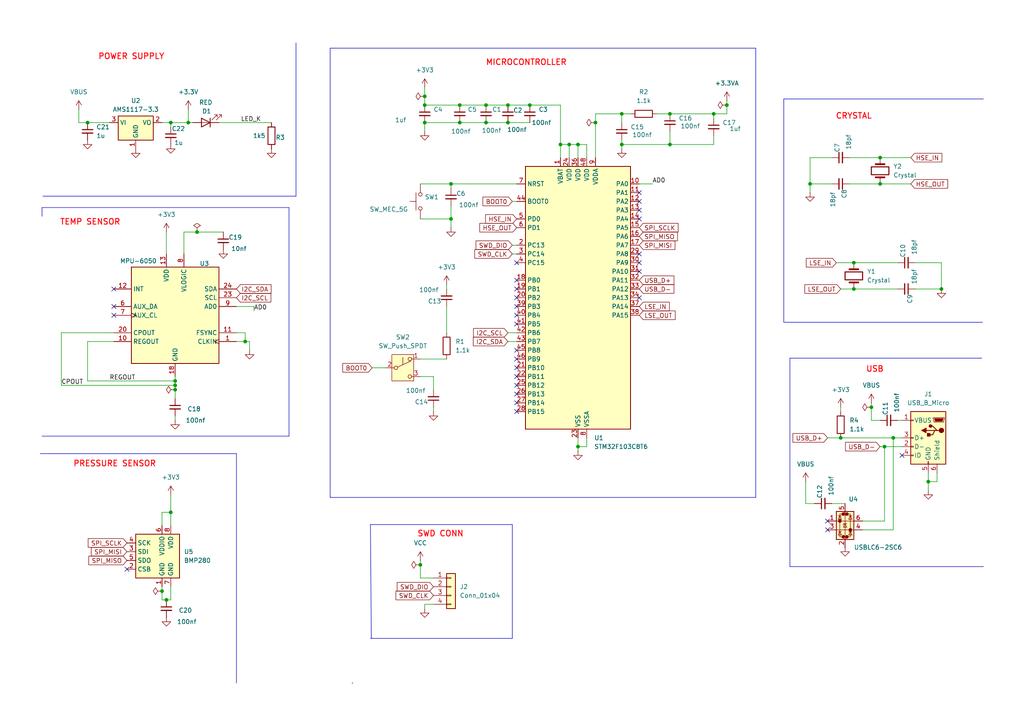
<source format=kicad_sch>
(kicad_sch (version 20250114) (generator "eeschema") (generator_version "9.0")
  (paper "A4")
  (lib_symbols
    (symbol "Connector:USB_B_Micro" (pin_names (offset 1.016))
      (property "Reference" "J" (at -5.08 11.43 0))
      (property "Value" "USB_B_Micro" (at -5.08 8.89 0))
      (symbol "USB_B_Micro_1_1"
        (pin passive line (at -2.54 -10.16 90) (length 2.54) (name "Shield") (number "6"))
        (pin power_out line (at 0 -10.16 90) (length 2.54) (name "GND") (number "5"))
        (pin power_out line (at 7.62 5.08 180) (length 2.54) (name "VBUS") (number "1"))
        (pin bidirectional line (at 7.62 0 180) (length 2.54) (name "D+") (number "3"))
        (pin bidirectional line (at 7.62 -2.54 180) (length 2.54) (name "D-") (number "2"))
        (pin passive line (at 7.62 -5.08 180) (length 2.54) (name "ID") (number "4"))
      )
    )
    (symbol "Connector_Generic:Conn_01x04" (pin_names (offset 1.016) (hide yes))
      (property "Reference" "J" (at 0 5.08 0))
      (property "Value" "Conn_01x04" (at 0 -7.62 0))
      (symbol "Conn_01x04_1_1"
        (pin passive line (at -5.08 2.54 0) (length 3.81) (name "Pin_1") (number "1"))
        (pin passive line (at -5.08 0 0) (length 3.81) (name "Pin_2") (number "2"))
        (pin passive line (at -5.08 -2.54 0) (length 3.81) (name "Pin_3") (number "3"))
        (pin passive line (at -5.08 -5.08 0) (length 3.81) (name "Pin_4") (number "4"))
      )
    )
    (symbol "Device:C_Small" (pin_numbers (hide yes)) (pin_names (offset 0.254) (hide yes))
      (property "Reference" "C" (at 0.254 1.778 0))
      (property "Value" "C_Small" (at 0.254 -2.032 0))
      (symbol "C_Small_1_1"
        (pin passive line (at 0 2.54 270) (length 2.032) (name "~") (number "1"))
        (pin passive line (at 0 -2.54 90) (length 2.032) (name "~") (number "2"))
      )
    )
    (symbol "Device:Crystal" (pin_numbers (hide yes)) (pin_names (offset 1.016) (hide yes))
      (property "Reference" "Y" (at 0 3.81 0))
      (property "Value" "Crystal" (at 0 -3.81 0))
      (symbol "Crystal_1_1"
        (pin passive line (at -3.81 0 0) (length 1.27) (name "1") (number "1"))
        (pin passive line (at 3.81 0 180) (length 1.27) (name "2") (number "2"))
      )
    )
    (symbol "Device:LED" (pin_numbers (hide yes)) (pin_names (offset 1.016) (hide yes))
      (property "Reference" "D" (at 0 2.54 0))
      (property "Value" "LED" (at 0 -2.54 0))
      (symbol "LED_1_1"
        (pin passive line (at -3.81 0 0) (length 2.54) (name "K") (number "1"))
        (pin passive line (at 3.81 0 180) (length 2.54) (name "A") (number "2"))
      )
    )
    (symbol "Device:R" (pin_numbers (hide yes)) (pin_names (offset 0))
      (property "Reference" "R" (at 2.032 0 90))
      (property "Value" "R" (at 0 0 90))
      (symbol "R_1_1"
        (pin passive line (at 0 3.81 270) (length 1.27) (name "~") (number "1"))
        (pin passive line (at 0 -3.81 90) (length 1.27) (name "~") (number "2"))
      )
    )
    (symbol "MCU_ST_STM32F1:STM32F103C8Tx"
      (property "Reference" "U" (at -15.24 39.37 0))
      (property "Value" "STM32F103C8Tx" (at 7.62 39.37 0))
      (symbol "STM32F103C8Tx_1_1"
        (pin input line (at -17.78 33.02 0) (length 2.54) (name "NRST") (number "7"))
        (pin input line (at -17.78 27.94 0) (length 2.54) (name "BOOT0") (number "44"))
        (pin bidirectional line (at -17.78 22.86 0) (length 2.54) (name "PD0") (number "5"))
        (pin bidirectional line (at -17.78 20.32 0) (length 2.54) (name "PD1") (number "6"))
        (pin bidirectional line (at -17.78 15.24 0) (length 2.54) (name "PC13") (number "2"))
        (pin bidirectional line (at -17.78 12.7 0) (length 2.54) (name "PC14") (number "3"))
        (pin bidirectional line (at -17.78 10.16 0) (length 2.54) (name "PC15") (number "4"))
        (pin bidirectional line (at -17.78 5.08 0) (length 2.54) (name "PB0") (number "18"))
        (pin bidirectional line (at -17.78 2.54 0) (length 2.54) (name "PB1") (number "19"))
        (pin bidirectional line (at -17.78 0 0) (length 2.54) (name "PB2") (number "20"))
        (pin bidirectional line (at -17.78 -2.54 0) (length 2.54) (name "PB3") (number "39"))
        (pin bidirectional line (at -17.78 -5.08 0) (length 2.54) (name "PB4") (number "40"))
        (pin bidirectional line (at -17.78 -7.62 0) (length 2.54) (name "PB5") (number "41"))
        (pin bidirectional line (at -17.78 -10.16 0) (length 2.54) (name "PB6") (number "42"))
        (pin bidirectional line (at -17.78 -12.7 0) (length 2.54) (name "PB7") (number "43"))
        (pin bidirectional line (at -17.78 -15.24 0) (length 2.54) (name "PB8") (number "45"))
        (pin bidirectional line (at -17.78 -17.78 0) (length 2.54) (name "PB9") (number "46"))
        (pin bidirectional line (at -17.78 -20.32 0) (length 2.54) (name "PB10") (number "21"))
        (pin bidirectional line (at -17.78 -22.86 0) (length 2.54) (name "PB11") (number "22"))
        (pin bidirectional line (at -17.78 -25.4 0) (length 2.54) (name "PB12") (number "25"))
        (pin bidirectional line (at -17.78 -27.94 0) (length 2.54) (name "PB13") (number "26"))
        (pin bidirectional line (at -17.78 -30.48 0) (length 2.54) (name "PB14") (number "27"))
        (pin bidirectional line (at -17.78 -33.02 0) (length 2.54) (name "PB15") (number "28"))
        (pin power_in line (at -5.08 40.64 270) (length 2.54) (name "VBAT") (number "1"))
        (pin power_in line (at -2.54 40.64 270) (length 2.54) (name "VDD") (number "24"))
        (pin power_in line (at 0 40.64 270) (length 2.54) (name "VDD") (number "36"))
        (pin power_in line (at 0 -40.64 90) (length 2.54) (name "VSS") (number "23"))
        (pin passive line (at 0 -40.64 90) (length 2.54) (hide yes) (name "VSS") (number "35"))
        (pin passive line (at 0 -40.64 90) (length 2.54) (hide yes) (name "VSS") (number "47"))
        (pin power_in line (at 2.54 40.64 270) (length 2.54) (name "VDD") (number "48"))
        (pin power_in line (at 2.54 -40.64 90) (length 2.54) (name "VSSA") (number "8"))
        (pin power_in line (at 5.08 40.64 270) (length 2.54) (name "VDDA") (number "9"))
        (pin bidirectional line (at 17.78 33.02 180) (length 2.54) (name "PA0") (number "10"))
        (pin bidirectional line (at 17.78 30.48 180) (length 2.54) (name "PA1") (number "11"))
        (pin bidirectional line (at 17.78 27.94 180) (length 2.54) (name "PA2") (number "12"))
        (pin bidirectional line (at 17.78 25.4 180) (length 2.54) (name "PA3") (number "13"))
        (pin bidirectional line (at 17.78 22.86 180) (length 2.54) (name "PA4") (number "14"))
        (pin bidirectional line (at 17.78 20.32 180) (length 2.54) (name "PA5") (number "15"))
        (pin bidirectional line (at 17.78 17.78 180) (length 2.54) (name "PA6") (number "16"))
        (pin bidirectional line (at 17.78 15.24 180) (length 2.54) (name "PA7") (number "17"))
        (pin bidirectional line (at 17.78 12.7 180) (length 2.54) (name "PA8") (number "29"))
        (pin bidirectional line (at 17.78 10.16 180) (length 2.54) (name "PA9") (number "30"))
        (pin bidirectional line (at 17.78 7.62 180) (length 2.54) (name "PA10") (number "31"))
        (pin bidirectional line (at 17.78 5.08 180) (length 2.54) (name "PA11") (number "32"))
        (pin bidirectional line (at 17.78 2.54 180) (length 2.54) (name "PA12") (number "33"))
        (pin bidirectional line (at 17.78 0 180) (length 2.54) (name "PA13") (number "34"))
        (pin bidirectional line (at 17.78 -2.54 180) (length 2.54) (name "PA14") (number "37"))
        (pin bidirectional line (at 17.78 -5.08 180) (length 2.54) (name "PA15") (number "38"))
      )
    )
    (symbol "Power_Protection:USBLC6-2SC6" (pin_names (hide yes))
      (property "Reference" "U" (at 0.635 5.715 0))
      (property "Value" "USBLC6-2SC6" (at 0.635 3.81 0))
      (symbol "USBLC6-2SC6_1_1"
        (pin passive line (at -5.08 0 0) (length 2.54) (name "I/O1") (number "1"))
        (pin passive line (at -5.08 -2.54 0) (length 2.54) (name "I/O2") (number "3"))
        (pin passive line (at 0 5.08 270) (length 2.54) (name "VBUS") (number "5"))
        (pin passive line (at 0 -7.62 90) (length 2.54) (name "GND") (number "2"))
        (pin passive line (at 5.08 0 180) (length 2.54) (name "I/O1") (number "6"))
        (pin passive line (at 5.08 -2.54 180) (length 2.54) (name "I/O2") (number "4"))
      )
    )
    (symbol "Regulator_Linear:AMS1117-3.3"
      (property "Reference" "U" (at -3.81 3.175 0))
      (property "Value" "AMS1117-3.3" (at 0 3.175 0))
      (symbol "AMS1117-3.3_1_1"
        (pin power_in line (at -7.62 0 0) (length 2.54) (name "VI") (number "3"))
        (pin power_in line (at 0 -7.62 90) (length 2.54) (name "GND") (number "1"))
        (pin power_out line (at 7.62 0 180) (length 2.54) (name "VO") (number "2"))
      )
    )
    (symbol "Sensor_Motion:MPU-6050"
      (property "Reference" "U" (at -11.43 13.97 0))
      (property "Value" "MPU-6050" (at 7.62 -15.24 0))
      (symbol "MPU-6050_0_0"
        (text "" (at 12.7 -2.54 0) (effects (font (size 1.27 1.27))))
      )
      (symbol "MPU-6050_1_1"
        (pin bidirectional line (at -17.78 7.62 0) (length 5.08) (name "SDA") (number "24"))
        (pin input line (at -17.78 5.08 0) (length 5.08) (name "SCL") (number "23"))
        (pin input line (at -17.78 2.54 0) (length 5.08) (name "AD0") (number "9"))
        (pin input line (at -17.78 -5.08 0) (length 5.08) (name "FSYNC") (number "11"))
        (pin input clock (at -17.78 -7.62 0) (length 5.08) (name "CLKIN") (number "1"))
        (pin no_connect line (at -12.7 12.7 0) (length 2.54) (hide yes) (name "NC") (number "2"))
        (pin no_connect line (at -12.7 10.16 0) (length 2.54) (hide yes) (name "NC") (number "3"))
        (pin no_connect line (at -12.7 0 0) (length 2.54) (hide yes) (name "NC") (number "4"))
        (pin no_connect line (at -12.7 -2.54 0) (length 2.54) (hide yes) (name "NC") (number "5"))
        (pin no_connect line (at -12.7 -10.16 0) (length 2.54) (hide yes) (name "NC") (number "14"))
        (pin power_in line (at -2.54 17.78 270) (length 3.81) (name "VLOGIC") (number "8"))
        (pin power_in line (at 0 -17.78 90) (length 3.81) (name "GND") (number "18"))
        (pin power_in line (at 2.54 17.78 270) (length 3.81) (name "VDD") (number "13"))
        (pin no_connect line (at 12.7 12.7 180) (length 2.54) (hide yes) (name "NC") (number "15"))
        (pin no_connect line (at 12.7 10.16 180) (length 2.54) (hide yes) (name "NC") (number "16"))
        (pin no_connect line (at 12.7 5.08 180) (length 2.54) (hide yes) (name "NC") (number "17"))
        (pin no_connect line (at 12.7 -2.54 180) (length 2.54) (hide yes) (name "RESV") (number "21"))
        (pin no_connect line (at 12.7 -10.16 180) (length 2.54) (hide yes) (name "RESV") (number "19"))
        (pin no_connect line (at 12.7 -12.7 180) (length 2.54) (hide yes) (name "RESV") (number "22"))
        (pin output line (at 17.78 7.62 180) (length 5.08) (name "INT") (number "12"))
        (pin bidirectional line (at 17.78 2.54 180) (length 5.08) (name "AUX_DA") (number "6"))
        (pin output clock (at 17.78 0 180) (length 5.08) (name "AUX_CL") (number "7"))
        (pin passive line (at 17.78 -5.08 180) (length 5.08) (name "CPOUT") (number "20"))
        (pin passive line (at 17.78 -7.62 180) (length 5.08) (name "REGOUT") (number "10"))
      )
    )
    (symbol "Sensor_Pressure:BMP280"
      (property "Reference" "U" (at -7.62 10.16 0))
      (property "Value" "BMP280" (at 5.08 10.16 0))
      (symbol "BMP280_1_1"
        (pin input line (at -10.16 5.08 0) (length 2.54) (name "SCK") (number "4"))
        (pin bidirectional line (at -10.16 2.54 0) (length 2.54) (name "SDI") (number "3"))
        (pin bidirectional line (at -10.16 0 0) (length 2.54) (name "SDO") (number "5"))
        (pin input line (at -10.16 -2.54 0) (length 2.54) (name "CSB") (number "2"))
        (pin power_in line (at 0 10.16 270) (length 2.54) (name "VDDIO") (number "6"))
        (pin power_in line (at 0 -7.62 90) (length 2.54) (name "GND") (number "1"))
        (pin power_in line (at 2.54 10.16 270) (length 2.54) (name "VDD") (number "8"))
        (pin power_in line (at 2.54 -7.62 90) (length 2.54) (name "GND") (number "7"))
      )
    )
    (symbol "Switch:SW_MEC_5G" (pin_numbers (hide yes)) (pin_names (offset 1.016) (hide yes))
      (property "Reference" "SW" (at 1.27 2.54 0))
      (property "Value" "SW_MEC_5G" (at 0 -1.524 0))
      (symbol "SW_MEC_5G_0_1"
        (pin passive line (at -5.08 0 0) (length 2.54) (name "A") (number "1"))
        (pin passive line (at 5.08 0 180) (length 2.54) (name "B") (number "3"))
      )
      (symbol "SW_MEC_5G_1_1"
        (pin passive line (at -5.08 0 0) (length 2.54) (hide yes) (name "A") (number "2"))
        (pin passive line (at 5.08 0 180) (length 2.54) (hide yes) (name "B") (number "4"))
      )
    )
    (symbol "Switch:SW_Push_SPDT" (pin_names (offset 0) (hide yes))
      (property "Reference" "SW" (at 0 5.08 0))
      (property "Value" "SW_Push_SPDT" (at 0 -5.08 0))
      (symbol "SW_Push_SPDT_1_1"
        (pin passive line (at -5.08 0 0) (length 2.54) (name "B") (number "2"))
        (pin passive line (at 5.08 2.54 180) (length 2.54) (name "A") (number "1"))
        (pin passive line (at 5.08 -2.54 180) (length 2.54) (name "C") (number "3"))
      )
    )
    (symbol "power:+3.3V" (power) (pin_numbers (hide yes)) (pin_names (offset 0) (hide yes))
      (property "Value" "+3.3V" (at 0 3.556 0))
      (symbol "+3.3V_1_1"
        (pin power_in line (at 0 0 90) (length 0) (name "~") (number "1"))
      )
    )
    (symbol "power:+3.3VA" (power) (pin_numbers (hide yes)) (pin_names (offset 0) (hide yes))
      (property "Value" "+3.3VA" (at 0 3.556 0))
      (symbol "+3.3VA_1_1"
        (pin power_in line (at 0 0 90) (length 0) (name "~") (number "1"))
      )
    )
    (symbol "power:+3V3" (power) (pin_numbers (hide yes)) (pin_names (offset 0) (hide yes))
      (property "Value" "+3V3" (at 0 3.556 0))
      (symbol "+3V3_1_1"
        (pin power_in line (at 0 0 90) (length 0) (name "~") (number "1"))
      )
    )
    (symbol "power:GND" (power) (pin_numbers (hide yes)) (pin_names (offset 0) (hide yes))
      (property "Value" "GND" (at 0 -3.81 0))
      (symbol "GND_1_1"
        (pin power_in line (at 0 0 270) (length 0) (name "~") (number "1"))
      )
    )
    (symbol "power:PWR_FLAG" (power) (pin_numbers (hide yes)) (pin_names (offset 0) (hide yes))
      (property "Value" "PWR_FLAG" (at 0 3.81 0))
      (symbol "PWR_FLAG_0_0"
        (pin power_out line (at 0 0 90) (length 0) (name "~") (number "1"))
      )
    )
    (symbol "power:VBUS" (power) (pin_numbers (hide yes)) (pin_names (offset 0) (hide yes))
      (property "Value" "VBUS" (at 0 3.556 0))
      (symbol "VBUS_1_1"
        (pin power_in line (at 0 0 90) (length 0) (name "~") (number "1"))
      )
    )
    (symbol "power:VCC" (power) (pin_numbers (hide yes)) (pin_names (offset 0) (hide yes))
      (property "Value" "VCC" (at 0 3.556 0))
      (symbol "VCC_1_1"
        (pin power_in line (at 0 0 90) (length 0) (name "~") (number "1"))
      )
    )
  )
  (text "MICROCONTROLLER\n\n" (at 152.654 19.558 0) (effects (font (size 1.651 1.651) (thickness 0.254) (bold yes))))
  (text "CRYSTAL\n" (at 247.65 33.782 0) (effects (font (size 1.651 1.651) (thickness 0.254) (bold yes))))
  (text "POWER SUPPLY\n" (at 38.1 16.51 0) (effects (font (size 1.651 1.651) (thickness 0.254) (bold yes))))
  (text "SWD CONN\n" (at 127.762 154.94 0) (effects (font (size 1.651 1.651) (thickness 0.254) (bold yes))))
  (text "TEMP SENSOR\n" (at 26.162 64.516 0) (effects (font (size 1.651 1.651) (thickness 0.254) (bold yes))))
  (text "PRESSURE SENSOR\n" (at 33.274 134.62 0) (effects (font (size 1.651 1.651) (thickness 0.254) (bold yes))))
  (text "USB\n" (at 253.746 107.188 0) (effects (font (size 1.651 1.651) (thickness 0.254) (bold yes))))
  (junction (at 50.8 110.49))
  (junction (at 121.92 163.83))
  (junction (at 167.64 129.54))
  (junction (at 147.32 30.48))
  (junction (at 48.26 173.99))
  (junction (at 133.35 35.56))
  (junction (at 269.24 139.7))
  (junction (at 25.4 35.56))
  (junction (at 255.27 45.72))
  (junction (at 207.01 33.02))
  (junction (at 247.65 76.2))
  (junction (at 210.82 30.48))
  (junction (at 256.54 129.54))
  (junction (at 259.08 127))
  (junction (at 123.19 35.56))
  (junction (at 50.8 111.76))
  (junction (at 167.64 41.91))
  (junction (at 194.31 41.91))
  (junction (at 50.8 113.03))
  (junction (at 153.67 30.48))
  (junction (at 252.73 118.11))
  (junction (at 49.53 148.59))
  (junction (at 46.99 171.45))
  (junction (at 140.97 35.56))
  (junction (at 123.19 30.48))
  (junction (at 57.15 67.31))
  (junction (at 194.31 33.02))
  (junction (at 172.72 35.56))
  (junction (at 54.61 35.56))
  (junction (at 180.34 41.91))
  (junction (at 255.27 53.34))
  (junction (at 247.65 83.82))
  (junction (at 71.12 99.06))
  (junction (at 165.1 41.91))
  (junction (at 243.84 127))
  (junction (at 130.81 53.34))
  (junction (at 49.53 35.56))
  (junction (at 140.97 30.48))
  (junction (at 133.35 30.48))
  (junction (at 234.95 53.34))
  (junction (at 162.56 41.91))
  (junction (at 147.32 35.56))
  (junction (at 123.19 27.94))
  (junction (at 273.05 83.82))
  (junction (at 130.81 63.5))
  (junction (at 180.34 33.02))
  (no_connect (at 149.86 81.28))
  (no_connect (at 185.42 63.5))
  (no_connect (at 149.86 91.44))
  (no_connect (at 36.83 165.1))
  (no_connect (at 149.86 101.6))
  (no_connect (at 185.42 73.66))
  (no_connect (at 261.62 132.08))
  (no_connect (at 149.86 109.22))
  (no_connect (at 185.42 78.74))
  (no_connect (at 149.86 106.68))
  (no_connect (at 149.86 114.3))
  (no_connect (at 149.86 111.76))
  (no_connect (at 149.86 116.84))
  (no_connect (at 240.03 151.13))
  (no_connect (at 185.42 86.36))
  (no_connect (at 185.42 55.88))
  (no_connect (at 185.42 76.2))
  (no_connect (at 33.02 88.9))
  (no_connect (at 149.86 104.14))
  (no_connect (at 185.42 58.42))
  (no_connect (at 33.02 91.44))
  (no_connect (at 149.86 119.38))
  (no_connect (at 149.86 76.2))
  (no_connect (at 149.86 93.98))
  (no_connect (at 149.86 88.9))
  (no_connect (at 33.02 83.82))
  (no_connect (at 240.03 153.67))
  (no_connect (at 149.86 83.82))
  (no_connect (at 149.86 86.36))
  (no_connect (at 185.42 60.96))
  (wire (pts (xy 49.53 35.56) (xy 54.61 35.56)))
  (wire (pts (xy 46.99 35.56) (xy 49.53 35.56)))
  (wire (pts (xy 68.58 88.9) (xy 73.66 88.9)))
  (wire (pts (xy 241.3 45.72) (xy 234.95 45.72)))
  (wire (pts (xy 53.34 67.31) (xy 57.15 67.31)))
  (wire (pts (xy 194.31 38.1) (xy 194.31 41.91)))
  (wire (pts (xy 129.54 88.9) (xy 129.54 96.52)))
  (wire (pts (xy 123.19 25.4) (xy 123.19 27.94)))
  (wire (pts (xy 121.92 109.22) (xy 125.73 109.22)))
  (wire (pts (xy 123.19 27.94) (xy 123.19 30.48)))
  (polyline (pts (xy 85.852 56.896) (xy 12.446 56.896)))
  (wire (pts (xy 147.32 96.52) (xy 149.86 96.52)))
  (wire (pts (xy 147.32 99.06) (xy 149.86 99.06)))
  (wire (pts (xy 46.99 171.45) (xy 46.99 173.99)))
  (wire (pts (xy 252.73 116.84) (xy 252.73 118.11)))
  (polyline (pts (xy 68.58 131.572) (xy 68.58 198.12)))
  (wire (pts (xy 50.8 109.22) (xy 50.8 110.49)))
  (wire (pts (xy 260.35 121.92) (xy 261.62 121.92)))
  (wire (pts (xy 250.19 151.13) (xy 256.54 151.13)))
  (wire (pts (xy 140.97 35.56) (xy 147.32 35.56)))
  (wire (pts (xy 123.19 176.53) (xy 123.19 175.26)))
  (polyline (pts (xy 85.852 12.446) (xy 85.852 56.896)))
  (wire (pts (xy 255.27 129.54) (xy 256.54 129.54)))
  (wire (pts (xy 243.84 127) (xy 259.08 127)))
  (wire (pts (xy 121.92 104.14) (xy 129.54 104.14)))
  (wire (pts (xy 273.05 76.2) (xy 273.05 83.82)))
  (wire (pts (xy 182.88 33.02) (xy 180.34 33.02)))
  (wire (pts (xy 121.92 53.34) (xy 130.81 53.34)))
  (wire (pts (xy 33.02 96.52) (xy 17.78 96.52)))
  (wire (pts (xy 140.97 30.48) (xy 133.35 30.48)))
  (wire (pts (xy 256.54 151.13) (xy 256.54 129.54)))
  (wire (pts (xy 54.61 35.56) (xy 54.61 31.75)))
  (polyline (pts (xy 12.192 62.738) (xy 12.192 60.198)))
  (polyline (pts (xy 227.33 93.472) (xy 284.988 93.472)))
  (wire (pts (xy 130.81 63.5) (xy 130.81 66.04)))
  (wire (pts (xy 50.8 113.03) (xy 50.8 111.76)))
  (wire (pts (xy 125.73 118.11) (xy 125.73 119.38)))
  (wire (pts (xy 247.65 76.2) (xy 260.35 76.2)))
  (wire (pts (xy 269.24 137.16) (xy 269.24 139.7)))
  (wire (pts (xy 49.53 170.18) (xy 49.53 173.99)))
  (wire (pts (xy 123.19 175.26) (xy 125.73 175.26)))
  (polyline (pts (xy 95.758 144.272) (xy 95.758 13.97)))
  (polyline (pts (xy 229.108 103.886) (xy 229.108 164.338)))
  (wire (pts (xy 54.61 35.56) (xy 55.88 35.56)))
  (wire (pts (xy 123.19 35.56) (xy 133.35 35.56)))
  (wire (pts (xy 121.92 63.5) (xy 130.81 63.5)))
  (wire (pts (xy 22.86 31.75) (xy 22.86 35.56)))
  (wire (pts (xy 265.43 76.2) (xy 273.05 76.2)))
  (wire (pts (xy 121.92 162.56) (xy 121.92 163.83)))
  (wire (pts (xy 130.81 54.61) (xy 130.81 53.34)))
  (wire (pts (xy 72.39 99.06) (xy 72.39 101.6)))
  (wire (pts (xy 50.8 110.49) (xy 50.8 111.76)))
  (wire (pts (xy 233.68 146.05) (xy 236.22 146.05)))
  (wire (pts (xy 73.66 90.17) (xy 73.66 88.9)))
  (wire (pts (xy 269.24 139.7) (xy 269.24 142.24)))
  (wire (pts (xy 170.18 127) (xy 170.18 129.54)))
  (wire (pts (xy 259.08 153.67) (xy 259.08 127)))
  (wire (pts (xy 252.73 121.92) (xy 255.27 121.92)))
  (wire (pts (xy 25.4 99.06) (xy 25.4 110.49)))
  (wire (pts (xy 180.34 33.02) (xy 180.34 35.56)))
  (wire (pts (xy 167.64 127) (xy 167.64 129.54)))
  (wire (pts (xy 49.53 36.83) (xy 49.53 35.56)))
  (polyline (pts (xy 12.192 60.198) (xy 83.82 60.198)))
  (wire (pts (xy 71.12 99.06) (xy 72.39 99.06)))
  (wire (pts (xy 71.12 96.52) (xy 71.12 99.06)))
  (wire (pts (xy 170.18 41.91) (xy 167.64 41.91)))
  (wire (pts (xy 250.19 153.67) (xy 259.08 153.67)))
  (wire (pts (xy 121.92 163.83) (xy 121.92 167.64)))
  (wire (pts (xy 57.15 67.31) (xy 64.77 67.31)))
  (polyline (pts (xy 229.108 164.338) (xy 285.242 164.338)))
  (wire (pts (xy 259.08 127) (xy 261.62 127)))
  (wire (pts (xy 50.8 113.03) (xy 50.8 115.57)))
  (wire (pts (xy 165.1 45.72) (xy 165.1 41.91)))
  (wire (pts (xy 53.34 73.66) (xy 53.34 67.31)))
  (wire (pts (xy 22.86 35.56) (xy 25.4 35.56)))
  (wire (pts (xy 130.81 53.34) (xy 149.86 53.34)))
  (wire (pts (xy 240.03 127) (xy 243.84 127)))
  (wire (pts (xy 190.5 33.02) (xy 194.31 33.02)))
  (wire (pts (xy 271.78 139.7) (xy 269.24 139.7)))
  (wire (pts (xy 243.84 118.11) (xy 243.84 119.38)))
  (wire (pts (xy 33.02 99.06) (xy 25.4 99.06)))
  (wire (pts (xy 148.59 58.42) (xy 149.86 58.42)))
  (polyline (pts (xy 148.59 152.146) (xy 107.442 152.146)))
  (wire (pts (xy 153.67 30.48) (xy 147.32 30.48)))
  (wire (pts (xy 133.35 35.56) (xy 140.97 35.56)))
  (wire (pts (xy 148.59 73.66) (xy 149.86 73.66)))
  (wire (pts (xy 46.99 173.99) (xy 48.26 173.99)))
  (wire (pts (xy 246.38 53.34) (xy 255.27 53.34)))
  (wire (pts (xy 234.95 45.72) (xy 234.95 53.34)))
  (polyline (pts (xy 95.758 13.97) (xy 219.202 13.97)))
  (polyline (pts (xy 284.734 103.886) (xy 229.108 103.886)))
  (wire (pts (xy 17.78 111.76) (xy 50.8 111.76)))
  (polyline (pts (xy 227.33 28.702) (xy 227.33 93.472)))
  (polyline (pts (xy 285.242 28.702) (xy 227.33 28.702)))
  (wire (pts (xy 234.95 53.34) (xy 234.95 55.88)))
  (wire (pts (xy 255.27 45.72) (xy 264.16 45.72)))
  (wire (pts (xy 243.84 83.82) (xy 247.65 83.82)))
  (wire (pts (xy 123.19 35.56) (xy 123.19 38.1)))
  (wire (pts (xy 172.72 33.02) (xy 180.34 33.02)))
  (wire (pts (xy 242.57 76.2) (xy 247.65 76.2)))
  (wire (pts (xy 17.78 96.52) (xy 17.78 111.76)))
  (polyline (pts (xy 12.192 126.492) (xy 83.82 126.492)))
  (wire (pts (xy 180.34 43.18) (xy 180.34 41.91)))
  (wire (pts (xy 210.82 30.48) (xy 210.82 33.02)))
  (wire (pts (xy 256.54 129.54) (xy 261.62 129.54)))
  (wire (pts (xy 233.68 139.7) (xy 233.68 146.05)))
  (wire (pts (xy 147.32 30.48) (xy 140.97 30.48)))
  (polyline (pts (xy 219.202 13.97) (xy 219.202 144.272)))
  (wire (pts (xy 234.95 53.34) (xy 241.3 53.34)))
  (wire (pts (xy 46.99 148.59) (xy 49.53 148.59)))
  (wire (pts (xy 167.64 45.72) (xy 167.64 41.91)))
  (polyline (pts (xy 107.442 152.146) (xy 107.696 185.166)))
  (wire (pts (xy 255.27 53.34) (xy 264.16 53.34)))
  (polyline (pts (xy 148.59 185.166) (xy 148.59 152.146)))
  (polyline (pts (xy 107.442 185.166) (xy 148.59 185.166)))
  (wire (pts (xy 247.65 83.82) (xy 260.35 83.82)))
  (wire (pts (xy 46.99 170.18) (xy 46.99 171.45)))
  (wire (pts (xy 185.42 53.34) (xy 189.23 53.34)))
  (wire (pts (xy 194.31 33.02) (xy 207.01 33.02)))
  (wire (pts (xy 167.64 41.91) (xy 165.1 41.91)))
  (wire (pts (xy 46.99 152.4) (xy 46.99 148.59)))
  (wire (pts (xy 68.58 99.06) (xy 71.12 99.06)))
  (wire (pts (xy 252.73 118.11) (xy 252.73 121.92)))
  (wire (pts (xy 194.31 41.91) (xy 207.01 41.91)))
  (wire (pts (xy 271.78 137.16) (xy 271.78 139.7)))
  (wire (pts (xy 162.56 41.91) (xy 162.56 30.48)))
  (wire (pts (xy 107.95 106.68) (xy 111.76 106.68)))
  (polyline (pts (xy 11.684 131.572) (xy 68.58 131.572)))
  (wire (pts (xy 180.34 41.91) (xy 194.31 41.91)))
  (wire (pts (xy 49.53 148.59) (xy 49.53 152.4)))
  (wire (pts (xy 129.54 82.55) (xy 129.54 83.82)))
  (polyline (pts (xy 102.108 198.12) (xy 102.362 198.12)))
  (wire (pts (xy 49.53 143.51) (xy 49.53 148.59)))
  (wire (pts (xy 148.59 71.12) (xy 149.86 71.12)))
  (wire (pts (xy 147.32 35.56) (xy 153.67 35.56)))
  (wire (pts (xy 265.43 83.82) (xy 273.05 83.82)))
  (wire (pts (xy 130.81 59.69) (xy 130.81 63.5)))
  (wire (pts (xy 167.64 129.54) (xy 167.64 130.81)))
  (wire (pts (xy 25.4 35.56) (xy 31.75 35.56)))
  (polyline (pts (xy 83.82 60.198) (xy 83.82 126.492)))
  (wire (pts (xy 210.82 29.21) (xy 210.82 30.48)))
  (wire (pts (xy 133.35 30.48) (xy 123.19 30.48)))
  (wire (pts (xy 125.73 109.22) (xy 125.73 113.03)))
  (wire (pts (xy 207.01 33.02) (xy 210.82 33.02)))
  (wire (pts (xy 165.1 41.91) (xy 162.56 41.91)))
  (polyline (pts (xy 219.202 144.272) (xy 95.758 144.272)))
  (wire (pts (xy 162.56 45.72) (xy 162.56 41.91)))
  (wire (pts (xy 172.72 45.72) (xy 172.72 35.56)))
  (wire (pts (xy 207.01 39.37) (xy 207.01 41.91)))
  (wire (pts (xy 25.4 110.49) (xy 50.8 110.49)))
  (wire (pts (xy 170.18 45.72) (xy 170.18 41.91)))
  (wire (pts (xy 180.34 41.91) (xy 180.34 40.64)))
  (wire (pts (xy 170.18 129.54) (xy 167.64 129.54)))
  (wire (pts (xy 63.5 35.56) (xy 78.74 35.56)))
  (wire (pts (xy 121.92 167.64) (xy 125.73 167.64)))
  (wire (pts (xy 207.01 34.29) (xy 207.01 33.02)))
  (wire (pts (xy 68.58 96.52) (xy 71.12 96.52)))
  (wire (pts (xy 50.8 121.92) (xy 50.8 120.65)))
  (wire (pts (xy 172.72 35.56) (xy 172.72 33.02)))
  (wire (pts (xy 48.26 67.31) (xy 48.26 73.66)))
  (wire (pts (xy 241.3 146.05) (xy 245.11 146.05)))
  (wire (pts (xy 246.38 45.72) (xy 255.27 45.72)))
  (wire (pts (xy 162.56 30.48) (xy 153.67 30.48)))
  (wire (pts (xy 49.53 173.99) (xy 48.26 173.99)))
  (label "REGOUT" (at 31.75 110.49 0))
  (label "LED_K" (at 69.85 35.56 0))
  (label "AD0" (at 189.23 53.34 0))
  (label "CPOUT" (at 17.78 111.76 0))
  (label "AD0" (at 73.66 90.17 0))
  (global_label "SWD_CLK" (shape input) (at 125.73 172.72 180) (property "Intersheetrefs" "${INTERSHEET_REFS}" (effects (hide yes))))
  (global_label "HSE_OUT" (shape input) (at 149.86 66.04 180) (property "Intersheetrefs" "${INTERSHEET_REFS}" (effects (hide yes))))
  (global_label "BOOT0" (shape input) (at 148.59 58.42 180) (property "Intersheetrefs" "${INTERSHEET_REFS}" (effects (hide yes))))
  (global_label "I2C_SDA" (shape input) (at 68.58 83.82 0) (property "Intersheetrefs" "${INTERSHEET_REFS}" (effects (hide yes))))
  (global_label "LSE_IN" (shape input) (at 185.42 88.9 0) (property "Intersheetrefs" "${INTERSHEET_REFS}" (effects (hide yes))))
  (global_label "SWD_DIO" (shape input) (at 148.59 71.12 180) (property "Intersheetrefs" "${INTERSHEET_REFS}" (effects (hide yes))))
  (global_label "USB_D-" (shape input) (at 255.27 129.54 180) (property "Intersheetrefs" "${INTERSHEET_REFS}" (effects (hide yes))))
  (global_label "SPI_MISI" (shape input) (at 185.42 71.12 0) (property "Intersheetrefs" "${INTERSHEET_REFS}" (effects (hide yes))))
  (global_label "SPI_MISO" (shape input) (at 185.42 68.58 0) (property "Intersheetrefs" "${INTERSHEET_REFS}" (effects (hide yes))))
  (global_label "I2C_SDA" (shape input) (at 147.32 99.06 180) (property "Intersheetrefs" "${INTERSHEET_REFS}" (effects (hide yes))))
  (global_label "USB_D+" (shape input) (at 185.42 81.28 0) (property "Intersheetrefs" "${INTERSHEET_REFS}" (effects (hide yes))))
  (global_label "HSE_OUT" (shape input) (at 264.16 53.34 0) (property "Intersheetrefs" "${INTERSHEET_REFS}" (effects (hide yes))))
  (global_label "I2C_SCL" (shape input) (at 68.58 86.36 0) (property "Intersheetrefs" "${INTERSHEET_REFS}" (effects (hide yes))))
  (global_label "USB_D+" (shape input) (at 240.03 127 180) (property "Intersheetrefs" "${INTERSHEET_REFS}" (effects (hide yes))))
  (global_label "LSE_OUT" (shape input) (at 185.42 91.44 0) (property "Intersheetrefs" "${INTERSHEET_REFS}" (effects (hide yes))))
  (global_label "SPI_SCLK" (shape input) (at 36.83 157.48 180) (property "Intersheetrefs" "${INTERSHEET_REFS}" (effects (hide yes))))
  (global_label "LSE_IN" (shape input) (at 242.57 76.2 180) (property "Intersheetrefs" "${INTERSHEET_REFS}" (effects (hide yes))))
  (global_label "SPI_SCLK" (shape input) (at 185.42 66.04 0) (property "Intersheetrefs" "${INTERSHEET_REFS}" (effects (hide yes))))
  (global_label "HSE_IN" (shape input) (at 264.16 45.72 0) (property "Intersheetrefs" "${INTERSHEET_REFS}" (effects (hide yes))))
  (global_label "I2C_SCL" (shape input) (at 147.32 96.52 180) (property "Intersheetrefs" "${INTERSHEET_REFS}" (effects (hide yes))))
  (global_label "BOOT0" (shape input) (at 107.95 106.68 180) (property "Intersheetrefs" "${INTERSHEET_REFS}" (effects (hide yes))))
  (global_label "HSE_IN" (shape input) (at 149.86 63.5 180) (property "Intersheetrefs" "${INTERSHEET_REFS}" (effects (hide yes))))
  (global_label "USB_D-" (shape input) (at 185.42 83.82 0) (property "Intersheetrefs" "${INTERSHEET_REFS}" (effects (hide yes))))
  (global_label "LSE_OUT" (shape input) (at 243.84 83.82 180) (property "Intersheetrefs" "${INTERSHEET_REFS}" (effects (hide yes))))
  (global_label "SPI_MISO" (shape input) (at 36.83 162.56 180) (property "Intersheetrefs" "${INTERSHEET_REFS}" (effects (hide yes))))
  (global_label "SWD_DIO" (shape input) (at 125.73 170.18 180) (property "Intersheetrefs" "${INTERSHEET_REFS}" (effects (hide yes))))
  (global_label "SPI_MISI" (shape input) (at 36.83 160.02 180) (property "Intersheetrefs" "${INTERSHEET_REFS}" (effects (hide yes))))
  (global_label "SWD_CLK" (shape input) (at 148.59 73.66 180) (property "Intersheetrefs" "${INTERSHEET_REFS}" (effects (hide yes))))
  (symbol (lib_id "Power_Protection:USBLC6-2SC6") (at 245.11 151.13 0) (unit 1)
    (property "Reference" "U4" (at 246.126 144.78 0) (effects (justify left)))
    (property "Value" "USBLC6-2SC6" (at 247.65 158.75 0) (effects (justify left)))
    (property "Footprint" "Package_TO_SOT_SMD:SOT-23-6" (effects (hide yes)))
    (property "Datasheet" "https://www.st.com/resource/en/datasheet/usblc6-2.pdf" (effects (hide yes)))
    (property "Description" "Very low capacitance ESD protection diode, 2 data-line, SOT-23-6" (effects (hide yes)))
  )
  (symbol (lib_id "Device:R") (at 186.69 33.02 90) (unit 1)
    (property "Reference" "R2" (at 186.69 26.67 90))
    (property "Value" "1.1k" (at 186.69 29.21 90))
    (property "Footprint" "Resistor_SMD:R_0402_1005Metric" (effects (hide yes)))
    (property "Description" "Resistor" (effects (hide yes)))
  )
  (symbol (lib_id "Device:C_Small") (at 50.8 118.11 0) (unit 1)
    (property "Reference" "C18" (at 54.356 118.618 0) (effects (justify left)))
    (property "Value" "100nf" (at 53.848 121.92 0) (effects (justify left)))
    (property "Footprint" "Capacitor_SMD:C_0402_1005Metric" (effects (hide yes)))
    (property "Description" "Unpolarized capacitor, small symbol" (effects (hide yes)))
  )
  (symbol (lib_id "power:GND") (at 269.24 142.24 0) (unit 1)
    (property "Reference" "#PWR010" (effects (hide yes)))
    (property "Value" "GND" (effects (hide yes)))
    (property "Description" "Power symbol creates a global label with name \"GND\" , ground" (effects (hide yes)))
  )
  (symbol (lib_id "Device:R") (at 129.54 100.33 0) (unit 1)
    (property "Reference" "R1" (at 132.08 99.0599 0) (effects (justify left)))
    (property "Value" "1.1k" (at 132.08 101.5999 0) (effects (justify left)))
    (property "Footprint" "Resistor_SMD:R_0402_1005Metric" (effects (hide yes)))
    (property "Description" "Resistor" (effects (hide yes)))
  )
  (symbol (lib_id "power:GND") (at 50.8 121.92 0) (unit 1)
    (property "Reference" "#PWR018" (effects (hide yes)))
    (property "Value" "GND" (effects (hide yes)))
    (property "Description" "Power symbol creates a global label with name \"GND\" , ground" (effects (hide yes)))
  )
  (symbol (lib_id "power:GND") (at 273.05 83.82 0) (unit 1)
    (property "Reference" "#PWR08" (effects (hide yes)))
    (property "Value" "GND" (effects (hide yes)))
    (property "Description" "Power symbol creates a global label with name \"GND\" , ground" (effects (hide yes)))
  )
  (symbol (lib_id "power:PWR_FLAG") (at 252.73 118.11 90) (unit 1)
    (property "Reference" "#FLG08" (effects (hide yes)))
    (property "Value" "PWR_FLAG" (effects (hide yes)))
    (property "Description" "Special symbol for telling ERC where power comes from" (effects (hide yes)))
  )
  (symbol (lib_id "Device:C_Small") (at 123.19 33.02 0) (unit 1)
    (property "Reference" "C4" (at 125.73 31.7562 0) (effects (justify left)))
    (property "Value" "1uf" (at 114.554 34.798 0) (effects (justify left)))
    (property "Footprint" "Capacitor_SMD:C_0201_0603Metric" (effects (hide yes)))
    (property "Description" "Unpolarized capacitor, small symbol" (effects (hide yes)))
  )
  (symbol (lib_id "Device:R") (at 243.84 123.19 0) (unit 1)
    (property "Reference" "R4" (at 246.38 121.9199 0) (effects (justify left)))
    (property "Value" "1.1k" (at 246.38 124.4599 0) (effects (justify left)))
    (property "Footprint" "Resistor_SMD:R_0402_1005Metric" (effects (hide yes)))
    (property "Description" "Resistor" (effects (hide yes)))
  )
  (symbol (lib_id "Device:C_Small") (at 262.89 76.2 90) (unit 1)
    (property "Reference" "C10" (at 261.874 74.676 0) (effects (justify left)))
    (property "Value" "18pf" (at 265.176 73.914 0) (effects (justify left)))
    (property "Footprint" "Capacitor_SMD:C_01005_0402Metric" (effects (hide yes)))
    (property "Description" "Unpolarized capacitor, small symbol" (effects (hide yes)))
  )
  (symbol (lib_id "Device:C_Small") (at 64.77 69.85 0) (unit 1)
    (property "Reference" "C19" (at 66.294 68.834 0) (effects (justify left)))
    (property "Value" "10nf" (at 67.056 72.136 0) (effects (justify left)))
    (property "Footprint" "Capacitor_SMD:C_0402_1005Metric" (effects (hide yes)))
    (property "Description" "Unpolarized capacitor, small symbol" (effects (hide yes)))
  )
  (symbol (lib_id "power:GND") (at 123.19 176.53 0) (unit 1)
    (property "Reference" "#PWR04" (effects (hide yes)))
    (property "Value" "GND" (effects (hide yes)))
    (property "Description" "Power symbol creates a global label with name \"GND\" , ground" (effects (hide yes)))
  )
  (symbol (lib_id "Device:C_Small") (at 207.01 36.83 0) (unit 1)
    (property "Reference" "C17" (at 209.55 35.5662 0) (effects (justify left)))
    (property "Value" "1uf" (at 211.582 37.338 0) (effects (justify left)))
    (property "Footprint" "Capacitor_SMD:C_0201_0603Metric" (effects (hide yes)))
    (property "Description" "Unpolarized capacitor, small symbol" (effects (hide yes)))
  )
  (symbol (lib_id "power:VBUS") (at 233.68 139.7 0) (unit 1)
    (property "Reference" "#PWR012" (effects (hide yes)))
    (property "Value" "VBUS" (at 233.68 134.62 0))
    (property "Description" "Power symbol creates a global label with name \"VBUS\"" (effects (hide yes)))
  )
  (symbol (lib_id "Device:LED") (at 59.69 35.56 180) (unit 1)
    (property "Reference" "D1" (at 59.944 32.258 0))
    (property "Value" "RED" (at 59.69 29.718 0))
    (property "Footprint" "LED_SMD:LED_2512_6332Metric" (effects (hide yes)))
    (property "Description" "Light emitting diode" (effects (hide yes)))
  )
  (symbol (lib_id "power:GND") (at 49.53 41.91 0) (unit 1)
    (property "Reference" "#PWR027" (effects (hide yes)))
    (property "Value" "GND" (effects (hide yes)))
    (property "Description" "Power symbol creates a global label with name \"GND\" , ground" (effects (hide yes)))
  )
  (symbol (lib_id "power:+3V3") (at 243.84 118.11 0) (unit 1)
    (property "Reference" "#PWR013" (effects (hide yes)))
    (property "Value" "+3V3" (at 243.84 113.03 0))
    (property "Description" "Power symbol creates a global label with name \"+3V3\"" (effects (hide yes)))
  )
  (symbol (lib_id "power:GND") (at 125.73 119.38 0) (unit 1)
    (property "Reference" "#PWR015" (effects (hide yes)))
    (property "Value" "GND" (effects (hide yes)))
    (property "Description" "Power symbol creates a global label with name \"GND\" , ground" (effects (hide yes)))
  )
  (symbol (lib_id "Switch:SW_MEC_5G") (at 121.92 58.42 90) (unit 1)
    (property "Reference" "SW1" (at 123.19 57.1499 90) (effects (justify right)))
    (property "Value" "SW_MEC_5G" (at 107.188 60.706 90) (effects (justify right)))
    (property "Footprint" "Button_Switch_SMD:SW_MEC_5GSH9" (effects (hide yes)))
    (property "Datasheet" "http://www.apem.com/int/index.php?controller=attachment&id_attachment=488" (effects (hide yes)))
    (property "Description" "MEC 5G single pole normally-open tactile switch" (effects (hide yes)))
  )
  (symbol (lib_id "Device:C_Small") (at 194.31 35.56 0) (unit 1)
    (property "Reference" "C16" (at 196.85 34.2962 0) (effects (justify left)))
    (property "Value" "100nf" (at 197.358 36.576 0) (effects (justify left)))
    (property "Footprint" "Capacitor_SMD:C_01005_0402Metric" (effects (hide yes)))
    (property "Description" "Unpolarized capacitor, small symbol" (effects (hide yes)))
  )
  (symbol (lib_id "power:GND") (at 167.64 130.81 0) (unit 1)
    (property "Reference" "#PWR03" (effects (hide yes)))
    (property "Value" "GND" (effects (hide yes)))
    (property "Description" "Power symbol creates a global label with name \"GND\" , ground" (effects (hide yes)))
  )
  (symbol (lib_id "Device:C_Small") (at 130.81 57.15 0) (unit 1)
    (property "Reference" "C6" (at 132.334 56.134 0) (effects (justify left)))
    (property "Value" "100nf" (at 133.096 59.436 0) (effects (justify left)))
    (property "Footprint" "Capacitor_SMD:C_01005_0402Metric" (effects (hide yes)))
    (property "Description" "Unpolarized capacitor, small symbol" (effects (hide yes)))
  )
  (symbol (lib_id "Connector_Generic:Conn_01x04") (at 130.81 170.18 0) (unit 1)
    (property "Reference" "J2" (at 133.35 170.1799 0) (effects (justify left)))
    (property "Value" "Conn_01x04" (at 133.35 172.7199 0) (effects (justify left)))
    (property "Footprint" "Connector_PinHeader_2.54mm:PinHeader_1x04_P2.54mm_Vertical" (effects (hide yes)))
    (property "Description" "Generic connector, single row, 01x04, script generated (kicad-library-utils/schlib/autogen/connector/)" (effects (hide yes)))
  )
  (symbol (lib_id "power:PWR_FLAG") (at 57.15 67.31 0) (unit 1)
    (property "Reference" "#FLG07" (effects (hide yes)))
    (property "Value" "PWR_FLAG" (effects (hide yes)))
    (property "Description" "Special symbol for telling ERC where power comes from" (effects (hide yes)))
  )
  (symbol (lib_id "Device:Crystal") (at 247.65 80.01 90) (unit 1)
    (property "Reference" "Y1" (at 251.46 78.7399 90) (effects (justify right)))
    (property "Value" "Crystal" (at 251.46 81.2799 90) (effects (justify right)))
    (property "Footprint" "Crystal:Crystal_SMD_5032-2Pin_5.0x3.2mm" (effects (hide yes)))
    (property "Description" "Two pin crystal" (effects (hide yes)))
  )
  (symbol (lib_id "power:VCC") (at 121.92 162.56 0) (unit 1)
    (property "Reference" "#PWR05" (effects (hide yes)))
    (property "Value" "VCC" (at 121.92 157.48 0))
    (property "Description" "Power symbol creates a global label with name \"VCC\"" (effects (hide yes)))
  )
  (symbol (lib_id "Device:C_Small") (at 147.32 33.02 0) (unit 1)
    (property "Reference" "C2" (at 148.844 32.004 0) (effects (justify left)))
    (property "Value" "100nf" (at 147.066 37.592 0) (effects (justify left)))
    (property "Footprint" "Capacitor_SMD:C_01005_0402Metric" (effects (hide yes)))
    (property "Description" "Unpolarized capacitor, small symbol" (effects (hide yes)))
  )
  (symbol (lib_id "Device:C_Small") (at 153.67 33.02 0) (unit 1)
    (property "Reference" "C3" (at 156.21 31.7562 0) (effects (justify left)))
    (property "Value" "100nf" (at 154.178 35.56 0) (effects (justify left)))
    (property "Footprint" "Capacitor_SMD:C_01005_0402Metric" (effects (hide yes)))
    (property "Description" "Unpolarized capacitor, small symbol" (effects (hide yes)))
  )
  (symbol (lib_id "Device:C_Small") (at 243.84 45.72 90) (unit 1)
    (property "Reference" "C7" (at 242.824 44.196 0) (effects (justify left)))
    (property "Value" "18pf" (at 246.126 43.434 0) (effects (justify left)))
    (property "Footprint" "Capacitor_SMD:C_01005_0402Metric" (effects (hide yes)))
    (property "Description" "Unpolarized capacitor, small symbol" (effects (hide yes)))
  )
  (symbol (lib_id "power:GND") (at 123.19 38.1 0) (unit 1)
    (property "Reference" "#PWR02" (effects (hide yes)))
    (property "Value" "GND" (effects (hide yes)))
    (property "Description" "Power symbol creates a global label with name \"GND\" , ground" (effects (hide yes)))
  )
  (symbol (lib_id "Device:C_Small") (at 140.97 33.02 0) (unit 1)
    (property "Reference" "C1" (at 142.748 31.75 0) (effects (justify left)))
    (property "Value" "100nf" (at 139.7 37.846 0) (effects (justify left)))
    (property "Footprint" "Capacitor_SMD:C_01005_0402Metric" (effects (hide yes)))
    (property "Description" "Unpolarized capacitor, small symbol" (effects (hide yes)))
  )
  (symbol (lib_id "power:GND") (at 234.95 55.88 0) (unit 1)
    (property "Reference" "#PWR07" (effects (hide yes)))
    (property "Value" "GND" (effects (hide yes)))
    (property "Description" "Power symbol creates a global label with name \"GND\" , ground" (effects (hide yes)))
  )
  (symbol (lib_id "power:GND") (at 39.37 43.18 0) (unit 1)
    (property "Reference" "#PWR026" (effects (hide yes)))
    (property "Value" "GND" (effects (hide yes)))
    (property "Description" "Power symbol creates a global label with name \"GND\" , ground" (effects (hide yes)))
  )
  (symbol (lib_id "power:GND") (at 78.74 43.18 0) (unit 1)
    (property "Reference" "#PWR029" (effects (hide yes)))
    (property "Value" "GND" (effects (hide yes)))
    (property "Description" "Power symbol creates a global label with name \"GND\" , ground" (effects (hide yes)))
  )
  (symbol (lib_id "power:GND") (at 25.4 40.64 0) (unit 1)
    (property "Reference" "#PWR025" (effects (hide yes)))
    (property "Value" "GND" (effects (hide yes)))
    (property "Description" "Power symbol creates a global label with name \"GND\" , ground" (effects (hide yes)))
  )
  (symbol (lib_id "power:PWR_FLAG") (at 50.8 113.03 90) (unit 1)
    (property "Reference" "#FLG06" (effects (hide yes)))
    (property "Value" "PWR_FLAG" (effects (hide yes)))
    (property "Description" "Special symbol for telling ERC where power comes from" (effects (hide yes)))
  )
  (symbol (lib_id "MCU_ST_STM32F1:STM32F103C8Tx") (at 167.64 86.36 0) (unit 1)
    (property "Reference" "U1" (at 172.3233 127 0) (effects (justify left)))
    (property "Value" "STM32F103C8T6" (at 172.3233 129.54 0) (effects (justify left)))
    (property "Footprint" "Package_QFP:LQFP-48_7x7mm_P0.5mm" (effects (hide yes)))
    (property "Datasheet" "https://www.st.com/resource/en/datasheet/stm32f103c8.pdf" (effects (hide yes)))
    (property "Description" "STMicroelectronics Arm Cortex-M3 MCU, 64KB flash, 20KB RAM, 72 MHz, 2.0-3.6V, 37 GPIO, LQFP48" (effects (hide yes)))
  )
  (symbol (lib_id "Device:Crystal") (at 255.27 49.53 90) (unit 1)
    (property "Reference" "Y2" (at 259.08 48.2599 90) (effects (justify right)))
    (property "Value" "Crystal" (at 259.08 50.7999 90) (effects (justify right)))
    (property "Footprint" "Crystal:Crystal_SMD_5032-2Pin_5.0x3.2mm" (effects (hide yes)))
    (property "Description" "Two pin crystal" (effects (hide yes)))
  )
  (symbol (lib_id "Device:C_Small") (at 243.84 53.34 270) (unit 1)
    (property "Reference" "C8" (at 244.856 54.864 0) (effects (justify left)))
    (property "Value" "18pf" (at 241.554 55.626 0) (effects (justify left)))
    (property "Footprint" "Capacitor_SMD:C_01005_0402Metric" (effects (hide yes)))
    (property "Description" "Unpolarized capacitor, small symbol" (effects (hide yes)))
  )
  (symbol (lib_id "Device:C_Small") (at 49.53 39.37 0) (unit 1)
    (property "Reference" "C22" (at 49.784 37.338 0) (effects (justify left)))
    (property "Value" "1u" (at 50.546 41.402 0) (effects (justify left)))
    (property "Footprint" "Capacitor_SMD:C_0603_1608Metric" (effects (hide yes)))
    (property "Description" "Unpolarized capacitor, small symbol" (effects (hide yes)))
  )
  (symbol (lib_id "Device:C_Small") (at 262.89 83.82 270) (unit 1)
    (property "Reference" "C9" (at 263.906 85.344 0) (effects (justify left)))
    (property "Value" "18pf" (at 265.176 77.978 0) (effects (justify left)))
    (property "Footprint" "Capacitor_SMD:C_01005_0402Metric" (effects (hide yes)))
    (property "Description" "Unpolarized capacitor, small symbol" (effects (hide yes)))
  )
  (symbol (lib_id "Device:C_Small") (at 257.81 121.92 90) (unit 1)
    (property "Reference" "C11" (at 256.794 120.396 0) (effects (justify left)))
    (property "Value" "100nf" (at 260.096 119.634 0) (effects (justify left)))
    (property "Footprint" "Capacitor_SMD:C_01005_0402Metric" (effects (hide yes)))
    (property "Description" "Unpolarized capacitor, small symbol" (effects (hide yes)))
  )
  (symbol (lib_id "Switch:SW_Push_SPDT") (at 116.84 106.68 0) (unit 1)
    (property "Reference" "SW2" (at 116.84 97.79 0))
    (property "Value" "SW_Push_SPDT" (at 116.84 100.33 0))
    (property "Footprint" "Button_Switch_SMD:SW_DIP_SPSTx01_Slide_Copal_CVS-01xB_W5.9mm_P1mm" (effects (hide yes)))
    (property "Description" "Momentary Switch, single pole double throw" (effects (hide yes)))
  )
  (symbol (lib_id "Device:C_Small") (at 25.4 38.1 0) (unit 1)
    (property "Reference" "C21" (at 27.94 36.8362 0) (effects (justify left)))
    (property "Value" "1u" (at 27.94 39.3762 0) (effects (justify left)))
    (property "Footprint" "Capacitor_SMD:C_0603_1608Metric" (effects (hide yes)))
    (property "Description" "Unpolarized capacitor, small symbol" (effects (hide yes)))
  )
  (symbol (lib_id "power:+3V3") (at 49.53 143.51 0) (unit 1)
    (property "Reference" "#PWR023" (effects (hide yes)))
    (property "Value" "+3V3" (at 49.53 138.43 0))
    (property "Description" "Power symbol creates a global label with name \"+3V3\"" (effects (hide yes)))
  )
  (symbol (lib_id "Device:C_Small") (at 133.35 33.02 0) (unit 1)
    (property "Reference" "C5" (at 135.636 31.75 0) (effects (justify left)))
    (property "Value" "100nf" (at 130.81 38.1 0) (effects (justify left)))
    (property "Footprint" "Capacitor_SMD:C_01005_0402Metric" (effects (hide yes)))
    (property "Description" "Unpolarized capacitor, small symbol" (effects (hide yes)))
  )
  (symbol (lib_id "power:PWR_FLAG") (at 210.82 30.48 90) (unit 1)
    (property "Reference" "#FLG01" (effects (hide yes)))
    (property "Value" "PWR_FLAG" (effects (hide yes)))
    (property "Description" "Special symbol for telling ERC where power comes from" (effects (hide yes)))
  )
  (symbol (lib_id "Device:C_Small") (at 48.26 176.53 0) (unit 1)
    (property "Reference" "C20" (at 51.816 177.038 0) (effects (justify left)))
    (property "Value" "100nf" (at 51.308 180.34 0) (effects (justify left)))
    (property "Footprint" "Capacitor_SMD:C_0402_1005Metric" (effects (hide yes)))
    (property "Description" "Unpolarized capacitor, small symbol" (effects (hide yes)))
  )
  (symbol (lib_id "Regulator_Linear:AMS1117-3.3") (at 39.37 35.56 0) (unit 1)
    (property "Reference" "U2" (at 39.37 29.21 0))
    (property "Value" "AMS1117-3.3" (at 39.37 31.75 0))
    (property "Footprint" "Package_TO_SOT_SMD:SOT-223-3_TabPin2" (effects (hide yes)))
    (property "Datasheet" "http://www.advanced-monolithic.com/pdf/ds1117.pdf" (effects (hide yes)))
    (property "Description" "1A Low Dropout regulator, positive, 3.3V fixed output, SOT-223" (effects (hide yes)))
  )
  (symbol (lib_id "Device:C_Small") (at 238.76 146.05 90) (unit 1)
    (property "Reference" "C12" (at 237.744 144.526 0) (effects (justify left)))
    (property "Value" "100nf" (at 241.046 143.764 0) (effects (justify left)))
    (property "Footprint" "Capacitor_SMD:C_01005_0402Metric" (effects (hide yes)))
    (property "Description" "Unpolarized capacitor, small symbol" (effects (hide yes)))
  )
  (symbol (lib_id "power:GND") (at 245.11 158.75 0) (unit 1)
    (property "Reference" "#PWR011" (effects (hide yes)))
    (property "Value" "GND" (effects (hide yes)))
    (property "Description" "Power symbol creates a global label with name \"GND\" , ground" (effects (hide yes)))
  )
  (symbol (lib_id "power:VBUS") (at 252.73 116.84 0) (unit 1)
    (property "Reference" "#PWR09" (effects (hide yes)))
    (property "Value" "VBUS" (at 252.73 111.76 0))
    (property "Description" "Power symbol creates a global label with name \"VBUS\"" (effects (hide yes)))
  )
  (symbol (lib_id "power:GND") (at 48.26 179.07 0) (unit 1)
    (property "Reference" "#PWR022" (effects (hide yes)))
    (property "Value" "GND" (effects (hide yes)))
    (property "Description" "Power symbol creates a global label with name \"GND\" , ground" (effects (hide yes)))
  )
  (symbol (lib_id "power:+3.3VA") (at 210.82 29.21 0) (unit 1)
    (property "Reference" "#PWR016" (effects (hide yes)))
    (property "Value" "+3.3VA" (at 210.82 24.13 0))
    (property "Description" "Power symbol creates a global label with name \"+3.3VA\"" (effects (hide yes)))
  )
  (symbol (lib_id "power:PWR_FLAG") (at 121.92 163.83 90) (unit 1)
    (property "Reference" "#FLG04" (effects (hide yes)))
    (property "Value" "PWR_FLAG" (effects (hide yes)))
    (property "Description" "Special symbol for telling ERC where power comes from" (effects (hide yes)))
  )
  (symbol (lib_id "Device:C_Small") (at 125.73 115.57 180) (unit 1)
    (property "Reference" "C14" (at 124.206 116.586 0) (effects (justify left)))
    (property "Value" "100nf" (at 123.444 113.284 0) (effects (justify left)))
    (property "Footprint" "Capacitor_SMD:C_01005_0402Metric" (effects (hide yes)))
    (property "Description" "Unpolarized capacitor, small symbol" (effects (hide yes)))
  )
  (symbol (lib_id "power:GND") (at 130.81 66.04 0) (unit 1)
    (property "Reference" "#PWR06" (effects (hide yes)))
    (property "Value" "GND" (effects (hide yes)))
    (property "Description" "Power symbol creates a global label with name \"GND\" , ground" (effects (hide yes)))
  )
  (symbol (lib_id "Device:R") (at 78.74 39.37 180) (unit 1)
    (property "Reference" "R3" (at 81.28 39.878 0))
    (property "Value" "1k5" (at 75.184 39.37 0))
    (property "Footprint" "Resistor_SMD:R_01005_0402Metric" (effects (hide yes)))
    (property "Description" "Resistor" (effects (hide yes)))
  )
  (symbol (lib_id "power:PWR_FLAG") (at 172.72 35.56 90) (unit 1)
    (property "Reference" "#FLG02" (effects (hide yes)))
    (property "Value" "PWR_FLAG" (effects (hide yes)))
    (property "Description" "Special symbol for telling ERC where power comes from" (effects (hide yes)))
  )
  (symbol (lib_id "power:+3V3") (at 48.26 67.31 0) (unit 1)
    (property "Reference" "#PWR020" (effects (hide yes)))
    (property "Value" "+3V3" (at 48.26 62.23 0))
    (property "Description" "Power symbol creates a global label with name \"+3V3\"" (effects (hide yes)))
  )
  (symbol (lib_id "power:PWR_FLAG") (at 123.19 27.94 90) (unit 1)
    (property "Reference" "#FLG03" (effects (hide yes)))
    (property "Value" "PWR_FLAG" (effects (hide yes)))
    (property "Description" "Special symbol for telling ERC where power comes from" (effects (hide yes)))
  )
  (symbol (lib_id "power:+3V3") (at 129.54 82.55 0) (unit 1)
    (property "Reference" "#PWR014" (effects (hide yes)))
    (property "Value" "+3V3" (at 129.54 77.47 0))
    (property "Description" "Power symbol creates a global label with name \"+3V3\"" (effects (hide yes)))
  )
  (symbol (lib_id "power:GND") (at 72.39 101.6 0) (unit 1)
    (property "Reference" "#PWR021" (effects (hide yes)))
    (property "Value" "GND" (effects (hide yes)))
    (property "Description" "Power symbol creates a global label with name \"GND\" , ground" (effects (hide yes)))
  )
  (symbol (lib_id "Sensor_Pressure:BMP280") (at 46.99 162.56 0) (unit 1)
    (property "Reference" "U5" (at 53.34 160.0199 0) (effects (justify left)))
    (property "Value" "BMP280" (at 53.34 162.5599 0) (effects (justify left)))
    (property "Footprint" "Package_LGA:Bosch_LGA-8_2x2.5mm_P0.65mm_ClockwisePinNumbering" (effects (hide yes)))
    (property "Datasheet" "https://ae-bst.resource.bosch.com/media/_tech/media/datasheets/BST-BMP280-DS001.pdf" (effects (hide yes)))
    (property "Description" "Absolute Barometric Pressure Sensor, LGA-8" (effects (hide yes)))
  )
  (symbol (lib_id "power:+3V3") (at 123.19 25.4 0) (unit 1)
    (property "Reference" "#PWR01" (effects (hide yes)))
    (property "Value" "+3V3" (at 123.19 20.32 0))
    (property "Description" "Power symbol creates a global label with name \"+3V3\"" (effects (hide yes)))
  )
  (symbol (lib_id "Sensor_Motion:MPU-6050") (at 50.8 91.44 0) (mirror y) (unit 1)
    (property "Reference" "U3" (at 57.912 76.454 0) (effects (justify right)))
    (property "Value" "MPU-6050" (at 34.798 75.692 0) (effects (justify right)))
    (property "Footprint" "Sensor_Motion:InvenSense_QFN-24_4x4mm_P0.5mm" (effects (hide yes)))
    (property "Datasheet" "https://invensense.tdk.com/wp-content/uploads/2015/02/MPU-6000-Datasheet1.pdf" (effects (hide yes)))
    (property "Description" "InvenSense 6-Axis Motion Sensor, Gyroscope, Accelerometer, I2C" (effects (hide yes)))
  )
  (symbol (lib_id "Connector:USB_B_Micro") (at 269.24 127 0) (mirror y) (unit 1)
    (property "Reference" "J1" (at 269.24 114.3 0))
    (property "Value" "USB_B_Micro" (at 269.24 116.84 0))
    (property "Footprint" "Connector_USB:USB_Mini-B_Lumberg_2486_01_Horizontal" (effects (hide yes)))
    (property "Description" "USB Micro Type B connector" (effects (hide yes)))
  )
  (symbol (lib_id "Device:C_Small") (at 129.54 86.36 180) (unit 1)
    (property "Reference" "C13" (at 128.016 87.376 0) (effects (justify left)))
    (property "Value" "100nf" (at 127.254 84.074 0) (effects (justify left)))
    (property "Footprint" "Capacitor_SMD:C_01005_0402Metric" (effects (hide yes)))
    (property "Description" "Unpolarized capacitor, small symbol" (effects (hide yes)))
  )
  (symbol (lib_id "Device:C_Small") (at 180.34 38.1 0) (unit 1)
    (property "Reference" "C15" (at 182.88 36.8362 0) (effects (justify left)))
    (property "Value" "100nf" (at 183.388 39.116 0) (effects (justify left)))
    (property "Footprint" "Capacitor_SMD:C_01005_0402Metric" (effects (hide yes)))
    (property "Description" "Unpolarized capacitor, small symbol" (effects (hide yes)))
  )
  (symbol (lib_id "power:GND") (at 180.34 43.18 0) (unit 1)
    (property "Reference" "#PWR017" (effects (hide yes)))
    (property "Value" "GND" (effects (hide yes)))
    (property "Description" "Power symbol creates a global label with name \"GND\" , ground" (effects (hide yes)))
  )
  (symbol (lib_id "power:VBUS") (at 22.86 31.75 0) (unit 1)
    (property "Reference" "#PWR024" (effects (hide yes)))
    (property "Value" "VBUS" (at 22.86 26.67 0))
    (property "Description" "Power symbol creates a global label with name \"VBUS\"" (effects (hide yes)))
  )
  (symbol (lib_id "power:GND") (at 64.77 72.39 0) (unit 1)
    (property "Reference" "#PWR019" (effects (hide yes)))
    (property "Value" "GND" (effects (hide yes)))
    (property "Description" "Power symbol creates a global label with name \"GND\" , ground" (effects (hide yes)))
  )
  (symbol (lib_id "power:+3.3V") (at 54.61 31.75 0) (unit 1)
    (property "Reference" "#PWR028" (effects (hide yes)))
    (property "Value" "+3.3V" (at 54.61 26.67 0))
    (property "Description" "Power symbol creates a global label with name \"+3.3V\"" (effects (hide yes)))
  )
  (symbol (lib_id "power:PWR_FLAG") (at 46.99 171.45 90) (unit 1)
    (property "Reference" "#FLG05" (effects (hide yes)))
    (property "Value" "PWR_FLAG" (effects (hide yes)))
    (property "Description" "Special symbol for telling ERC where power comes from" (effects (hide yes)))
  )
)
</source>
